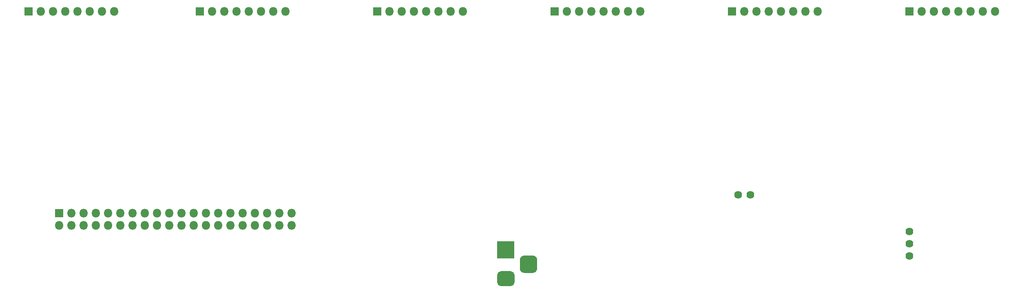
<source format=gbr>
%TF.GenerationSoftware,KiCad,Pcbnew,5.1.6-c6e7f7d~87~ubuntu20.04.1*%
%TF.CreationDate,2020-09-03T23:23:25-04:00*%
%TF.ProjectId,Nixie_Clk_Mother,4e697869-655f-4436-9c6b-5f4d6f746865,rev?*%
%TF.SameCoordinates,Original*%
%TF.FileFunction,Soldermask,Bot*%
%TF.FilePolarity,Negative*%
%FSLAX46Y46*%
G04 Gerber Fmt 4.6, Leading zero omitted, Abs format (unit mm)*
G04 Created by KiCad (PCBNEW 5.1.6-c6e7f7d~87~ubuntu20.04.1) date 2020-09-03 23:23:25*
%MOMM*%
%LPD*%
G01*
G04 APERTURE LIST*
%ADD10O,1.800000X1.800000*%
%ADD11R,1.800000X1.800000*%
%ADD12C,1.624000*%
%ADD13R,3.600000X3.600000*%
G04 APERTURE END LIST*
D10*
%TO.C,J7*%
X101854000Y-37846000D03*
X99314000Y-37846000D03*
X96774000Y-37846000D03*
X94234000Y-37846000D03*
X91694000Y-37846000D03*
X89154000Y-37846000D03*
X86614000Y-37846000D03*
D11*
X84074000Y-37846000D03*
%TD*%
D10*
%TO.C,J6*%
X138684000Y-37846000D03*
X136144000Y-37846000D03*
X133604000Y-37846000D03*
X131064000Y-37846000D03*
X128524000Y-37846000D03*
X125984000Y-37846000D03*
X123444000Y-37846000D03*
D11*
X120904000Y-37846000D03*
%TD*%
D10*
%TO.C,J5*%
X175514000Y-37846000D03*
X172974000Y-37846000D03*
X170434000Y-37846000D03*
X167894000Y-37846000D03*
X165354000Y-37846000D03*
X162814000Y-37846000D03*
X160274000Y-37846000D03*
D11*
X157734000Y-37846000D03*
%TD*%
D10*
%TO.C,J4*%
X212344000Y-37846000D03*
X209804000Y-37846000D03*
X207264000Y-37846000D03*
X204724000Y-37846000D03*
X202184000Y-37846000D03*
X199644000Y-37846000D03*
X197104000Y-37846000D03*
D11*
X194564000Y-37846000D03*
%TD*%
D10*
%TO.C,J3*%
X249174000Y-37846000D03*
X246634000Y-37846000D03*
X244094000Y-37846000D03*
X241554000Y-37846000D03*
X239014000Y-37846000D03*
X236474000Y-37846000D03*
X233934000Y-37846000D03*
D11*
X231394000Y-37846000D03*
%TD*%
D10*
%TO.C,J2*%
X66294000Y-37846000D03*
X63754000Y-37846000D03*
X61214000Y-37846000D03*
X58674000Y-37846000D03*
X56134000Y-37846000D03*
X53594000Y-37846000D03*
X51054000Y-37846000D03*
D11*
X48514000Y-37846000D03*
%TD*%
D12*
%TO.C,U2*%
X195834000Y-75946000D03*
X198374000Y-75946000D03*
X231394000Y-88646000D03*
X231394000Y-86106000D03*
X231394000Y-83566000D03*
%TD*%
D11*
%TO.C,J1*%
X54864000Y-79756000D03*
D10*
X54864000Y-82296000D03*
X57404000Y-79756000D03*
X57404000Y-82296000D03*
X59944000Y-79756000D03*
X59944000Y-82296000D03*
X62484000Y-79756000D03*
X62484000Y-82296000D03*
X65024000Y-79756000D03*
X65024000Y-82296000D03*
X67564000Y-79756000D03*
X67564000Y-82296000D03*
X70104000Y-79756000D03*
X70104000Y-82296000D03*
X72644000Y-79756000D03*
X72644000Y-82296000D03*
X75184000Y-79756000D03*
X75184000Y-82296000D03*
X77724000Y-79756000D03*
X77724000Y-82296000D03*
X80264000Y-79756000D03*
X80264000Y-82296000D03*
X82804000Y-79756000D03*
X82804000Y-82296000D03*
X85344000Y-79756000D03*
X85344000Y-82296000D03*
X87884000Y-79756000D03*
X87884000Y-82296000D03*
X90424000Y-79756000D03*
X90424000Y-82296000D03*
X92964000Y-79756000D03*
X92964000Y-82296000D03*
X95504000Y-79756000D03*
X95504000Y-82296000D03*
X98044000Y-79756000D03*
X98044000Y-82296000D03*
X100584000Y-79756000D03*
X100584000Y-82296000D03*
X103124000Y-79756000D03*
X103124000Y-82296000D03*
%TD*%
D13*
%TO.C,J8*%
X147574000Y-87376000D03*
G36*
G01*
X148599000Y-94926000D02*
X146549000Y-94926000D01*
G75*
G02*
X145774000Y-94151000I0J775000D01*
G01*
X145774000Y-92601000D01*
G75*
G02*
X146549000Y-91826000I775000J0D01*
G01*
X148599000Y-91826000D01*
G75*
G02*
X149374000Y-92601000I0J-775000D01*
G01*
X149374000Y-94151000D01*
G75*
G02*
X148599000Y-94926000I-775000J0D01*
G01*
G37*
G36*
G01*
X153174000Y-92176000D02*
X151374000Y-92176000D01*
G75*
G02*
X150474000Y-91276000I0J900000D01*
G01*
X150474000Y-89476000D01*
G75*
G02*
X151374000Y-88576000I900000J0D01*
G01*
X153174000Y-88576000D01*
G75*
G02*
X154074000Y-89476000I0J-900000D01*
G01*
X154074000Y-91276000D01*
G75*
G02*
X153174000Y-92176000I-900000J0D01*
G01*
G37*
%TD*%
M02*

</source>
